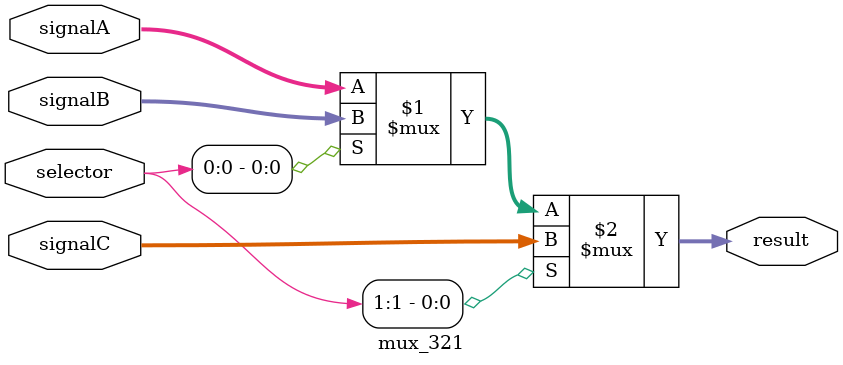
<source format=sv>
module mux_321 #(parameter N=32)
(
	input [N-1:0] signalA, signalB, signalC,
	input [1:0]selector,
	output [N-1:0] result
);

assign result = selector [1] ? (signalC):(selector[0]?signalB:signalA);

//always @ (selector)
//	begin
//	case (selector)
//		2'b00 : result = signalA;
//		2'b01 : result = signalB;
//		2'b10 : result = signalC;
//	endcase
//	end

endmodule 
</source>
